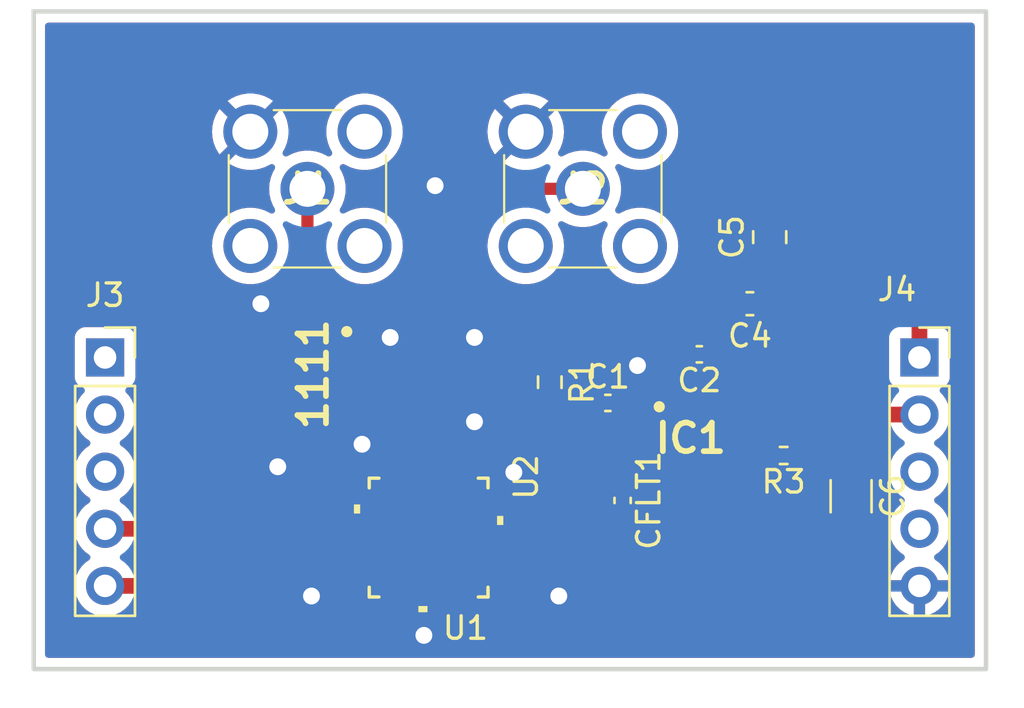
<source format=kicad_pcb>
(kicad_pcb (version 20240108) (generator "pcbnew") (generator_version "8.0")
  (layers (0 "F.Cu" signal) (31 "B.Cu" signal) (34 "B.Paste" user) (35 "F.Paste" user) (36 "B.SilkS" user "B.Silkscreen") (37 "F.SilkS" user "F.Silkscreen") (38 "B.Mask" user) (39 "F.Mask" user) (44 "Edge.Cuts" user))
  (net 0 "")
  (net 1 "/OUTB")
  (net 2 "GND")
  (net 3 "/PORT1")
  (net 4 "/RFIN")
  (net 5 "/OUTA")
  (net 6 "/SIGNAL")
  (net 7 "Net-(IC1-INHI)")
  (net 8 "Net-(IC1-INLO)")
  (net 9 "/VDD")
  (net 10 "/GP27")
  (net 11 "Net-(IC1-CLPF)")
  (net 13 "Net-(IC1-VOUT)")
  (net 14 "/SUMPORT")
  (net 20 "/PORT2")
  (footprint "attenuatori_tfa32:tfa0603" (layer "F.Cu") (at 140.9 103.2475 90)
    (property "Reference" "U2" (at 0.54 -1.85 90) (layer "F.SilkS"))
    (property "Value" "tfa32")
    (pad "1" smd roundrect (at -0.73 -0.8 90) (size 1.05 0.5) (layers "F.Cu" "F.Paste" "F.Mask") (net 20 "/PORT2"))
    (pad "2" smd roundrect (at 0.72 -0.8 90) (size 1.05 0.5) (layers "F.Cu" "F.Paste" "F.Mask") (net 6 "/SIGNAL"))
    (pad "3" smd roundrect (at 0 0 90) (size 2.5 0.5) (layers "F.Cu" "F.Paste" "F.Mask") (net 2 "GND"))
  )
  (footprint "LIB_SMA-J-P-H-ST-TH1:SMAJPHSTTH1" (layer "F.Cu") (at 141.57 89.89)
    (property "Reference" "J2" (at 0 0 0) (layer "F.SilkS") (effects (font (size 1.27 1.27) (thickness 0.254))))
    (property "Value" "Conn_Coaxial" (hide yes))
    (fp_line (start -3.5 -1.5) (end -3.5 1.5) (stroke (width 0.1)) (layer "F.SilkS"))
    (fp_line (start -1.5 -3.5) (end 1.5 -3.5) (stroke (width 0.1)) (layer "F.SilkS"))
    (fp_line (start -1.5 3.5) (end 1.5 3.5) (stroke (width 0.1)) (layer "F.SilkS"))
    (fp_line (start 3.5 -1.5) (end 3.5 1.5) (stroke (width 0.1)) (layer "F.SilkS"))
    (pad "1" thru_hole circle (at 0 0) (size 2.4 2.4) (drill 1.6) (layers "*.Cu" "*.Mask") (net 14 "/SUMPORT"))
    (pad "2" thru_hole circle (at -2.54 -2.54) (size 2.4 2.4) (drill 1.6) (layers "*.Cu" "*.Mask") (net 2 "GND"))
    (pad "3" thru_hole circle (at -2.54 2.54) (size 2.4 2.4) (drill 1.6) (layers "*.Cu" "*.Mask"))
    (pad "4" thru_hole circle (at 2.54 2.54) (size 2.4 2.4) (drill 1.6) (layers "*.Cu" "*.Mask"))
    (pad "5" thru_hole circle (at 2.54 -2.54) (size 2.4 2.4) (drill 1.6) (layers "*.Cu" "*.Mask"))
  )
  (footprint "LIB_SMA-J-P-H-ST-TH1:SMAJPHSTTH1" (layer "F.Cu") (at 129.32 89.89)
    (property "Reference" "J1" (at 0 0 0) (layer "F.SilkS") (effects (font (size 1.27 1.27) (thickness 0.254))))
    (property "Value" "Conn_Coaxial" (hide yes))
    (fp_line (start -3.5 -1.5) (end -3.5 1.5) (stroke (width 0.1)) (layer "F.SilkS"))
    (fp_line (start -1.5 -3.5) (end 1.5 -3.5) (stroke (width 0.1)) (layer "F.SilkS"))
    (fp_line (start -1.5 3.5) (end 1.5 3.5) (stroke (width 0.1)) (layer "F.SilkS"))
    (fp_line (start 3.5 -1.5) (end 3.5 1.5) (stroke (width 0.1)) (layer "F.SilkS"))
    (pad "1" thru_hole circle (at 0 0) (size 2.4 2.4) (drill 1.6) (layers "*.Cu" "*.Mask") (net 4 "/RFIN"))
    (pad "2" thru_hole circle (at -2.54 -2.54) (size 2.4 2.4) (drill 1.6) (layers "*.Cu" "*.Mask") (net 2 "GND"))
    (pad "3" thru_hole circle (at -2.54 2.54) (size 2.4 2.4) (drill 1.6) (layers "*.Cu" "*.Mask"))
    (pad "4" thru_hole circle (at 2.54 2.54) (size 2.4 2.4) (drill 1.6) (layers "*.Cu" "*.Mask"))
    (pad "5" thru_hole circle (at 2.54 -2.54) (size 2.4 2.4) (drill 1.6) (layers "*.Cu" "*.Mask"))
  )
  (footprint "Resistor_SMD:R_0603_1608Metric_Pad0.98x0.95mm_HandSolder" (layer "F.Cu") (at 140.1 98.49 -90)
    (property "Reference" "R1" (at 0 -1.43 90) (layer "F.SilkS"))
    (property "Value" "52.3")
    (fp_line (start -0.254724 0.5225) (end 0.254724 0.5225) (stroke (width 0.12)) (layer "F.SilkS"))
    (fp_line (start -0.254724 -0.5225) (end 0.254724 -0.5225) (stroke (width 0.12)) (layer "F.SilkS"))
    (pad "1" smd roundrect (at -0.9125 0 270) (size 0.975 0.95) (layers "F.Cu" "F.Paste" "F.Mask") (net 2 "GND"))
    (pad "2" smd roundrect (at 0.9125 0 270) (size 0.975 0.95) (layers "F.Cu" "F.Paste" "F.Mask") (net 6 "/SIGNAL"))
  )
  (footprint "Resistor_SMD:R_0402_1005Metric_Pad0.72x0.64mm_HandSolder" (layer "F.Cu") (at 150.5 101.75 180)
    (property "Reference" "R3" (at 0 -1.17 0) (layer "F.SilkS"))
    (property "Value" "10k")
    (fp_line (start -0.167621 0.38) (end 0.167621 0.38) (stroke (width 0.12)) (layer "F.SilkS"))
    (fp_line (start -0.167621 -0.38) (end 0.167621 -0.38) (stroke (width 0.12)) (layer "F.SilkS"))
    (pad "1" smd roundrect (at -0.5975 0 180) (size 0.715 0.64) (layers "F.Cu" "F.Paste" "F.Mask") (net 10 "/GP27"))
    (pad "2" smd roundrect (at 0.5975 0 180) (size 0.715 0.64) (layers "F.Cu" "F.Paste" "F.Mask") (net 13 "Net-(IC1-VOUT)"))
  )
  (footprint "Capacitor_SMD:C_0402_1005Metric_Pad0.74x0.62mm_HandSolder" (layer "F.Cu") (at 142.6825 99.4125)
    (property "Reference" "C1" (at 0 -1.16 0) (layer "F.SilkS"))
    (property "Value" "47n")
    (fp_line (start -0.115835 -0.36) (end 0.115835 -0.36) (stroke (width 0.12)) (layer "F.SilkS"))
    (fp_line (start -0.115835 0.36) (end 0.115835 0.36) (stroke (width 0.12)) (layer "F.SilkS"))
    (pad "1" smd roundrect (at -0.5675 0) (size 0.735 0.62) (layers "F.Cu" "F.Paste" "F.Mask") (net 6 "/SIGNAL"))
    (pad "2" smd roundrect (at 0.5675 0) (size 0.735 0.62) (layers "F.Cu" "F.Paste" "F.Mask") (net 7 "Net-(IC1-INHI)"))
  )
  (footprint "splitter:DG1677-2_MNC" (layer "F.Cu") (at 134.71 105.4 -90)
    (property "Reference" "U1" (at 4.0232 -1.6372 180) (layer "F.SilkS"))
    (property "Value" "EP2W1_")
    (fp_line (start -2.6416 2.6416) (end -2.2098 2.6416) (stroke (width 0.1524)) (layer "F.SilkS"))
    (fp_line (start 2.2098 2.6416) (end 2.6416 2.6416) (stroke (width 0.1524)) (layer "F.SilkS"))
    (fp_line (start 2.6416 2.6416) (end 2.6416 2.2098) (stroke (width 0.1524)) (layer "F.SilkS"))
    (fp_line (start -2.6416 2.2098) (end -2.6416 2.6416) (stroke (width 0.1524)) (layer "F.SilkS"))
    (fp_line (start 2.6416 -2.2098) (end 2.6416 -2.6416) (stroke (width 0.1524)) (layer "F.SilkS"))
    (fp_line (start -2.6416 -2.6416) (end -2.6416 -2.2098) (stroke (width 0.1524)) (layer "F.SilkS"))
    (fp_line (start -2.2098 -2.6416) (end -2.6416 -2.6416) (stroke (width 0.1524)) (layer "F.SilkS"))
    (fp_line (start 2.6416 -2.6416) (end 2.2098 -2.6416) (stroke (width 0.1524)) (layer "F.SilkS"))
    (fp_poly (pts (xy -1.4605 3.0559) (xy -1.4605 3.3099) (xy -1.0795 3.3099) (xy -1.0795 3.0559)) (stroke (width 0.0254)) (fill solid) (layer "F.SilkS"))
    (fp_poly (pts (xy 3.3099 0.0635) (xy 3.3099 0.4445) (xy 3.0559 0.4445) (xy 3.0559 0.0635)) (stroke (width 0.0254)) (fill solid) (layer "F.SilkS"))
    (fp_poly (pts (xy -0.9525 -3.0559) (xy -0.9525 -3.3099) (xy -0.5715 -3.3099) (xy -0.5715 -3.0559)) (stroke (width 0.0254)) (fill solid) (layer "F.SilkS"))
    (pad "1" smd rect (at -2.4487 -1.778 180) (size 0.1786 0.7064) (layers "F.Cu" "F.Paste" "F.Mask") (net 2 "GND"))
    (pad "2" smd rect (at -2.4487 -1.27 180) (size 0.1786 0.7064) (layers "F.Cu" "F.Paste" "F.Mask") (net 2 "GND"))
    (pad "3" smd rect (at -2.4487 -0.762 180) (size 0.1786 0.7064) (layers "F.Cu" "F.Paste" "F.Mask") (net 2 "GND"))
    (pad "4" smd rect (at -2.4487 -0.254 180) (size 0.1786 0.7064) (layers "F.Cu" "F.Paste" "F.Mask") (net 14 "/SUMPORT"))
    (pad "5" smd rect (at -2.4487 0.254 180) (size 0.1786 0.7064) (layers "F.Cu" "F.Paste" "F.Mask") (net 2 "GND"))
    (pad "6" smd rect (at -2.4487 0.762 180) (size 0.1786 0.7064) (layers "F.Cu" "F.Paste" "F.Mask") (net 2 "GND"))
    (pad "7" smd rect (at -2.4487 1.27 180) (size 0.1786 0.7064) (layers "F.Cu" "F.Paste" "F.Mask") (net 2 "GND"))
    (pad "8" smd rect (at -2.4487 1.778 180) (size 0.1786 0.7064) (layers "F.Cu" "F.Paste" "F.Mask") (net 2 "GND"))
    (pad "9" smd rect (at -1.778 2.4487 90) (size 0.1786 0.7064) (layers "F.Cu" "F.Paste" "F.Mask") (net 2 "GND"))
    (pad "10" smd rect (at -1.27 2.4487 90) (size 0.1786 0.7064) (layers "F.Cu" "F.Paste" "F.Mask") (net 2 "GND"))
    (pad "11" smd rect (at -0.762 2.4487 90) (size 0.1786 0.7064) (layers "F.Cu" "F.Paste" "F.Mask") (net 2 "GND"))
    (pad "12" smd rect (at -0.254 2.4487 90) (size 0.1786 0.7064) (layers "F.Cu" "F.Paste" "F.Mask") (net 2 "GND"))
    (pad "13" smd rect (at 0.254 2.4487 90) (size 0.1786 0.7064) (layers "F.Cu" "F.Paste" "F.Mask") (net 2 "GND"))
    (pad "14" smd rect (at 0.762 2.4487 90) (size 0.1786 0.7064) (layers "F.Cu" "F.Paste" "F.Mask") (net 2 "GND"))
    (pad "15" smd rect (at 1.27 2.4487 90) (size 0.1786 0.7064) (layers "F.Cu" "F.Paste" "F.Mask") (net 3 "/PORT1"))
    (pad "16" smd rect (at 1.778 2.4487 90) (size 0.1786 0.7064) (layers "F.Cu" "F.Paste" "F.Mask") (net 2 "GND"))
    (pad "17" smd rect (at 2.4487 1.778 180) (size 0.1786 0.7064) (layers "F.Cu" "F.Paste" "F.Mask") (net 2 "GND"))
    (pad "18" smd rect (at 2.4487 1.27 180) (size 0.1786 0.7064) (layers "F.Cu" "F.Paste" "F.Mask") (net 2 "GND"))
    (pad "19" smd rect (at 2.4487 0.762 180) (size 0.1786 0.7064) (layers "F.Cu" "F.Paste" "F.Mask") (net 2 "GND"))
    (pad "20" smd rect (at 2.4487 0.254 180) (size 0.1786 0.7064) (layers "F.Cu" "F.Paste" "F.Mask") (net 2 "GND"))
    (pad "21" smd rect (at 2.4487 -0.254 180) (size 0.1786 0.7064) (layers "F.Cu" "F.Paste" "F.Mask") (net 2 "GND"))
    (pad "22" smd rect (at 2.4487 -0.762 180) (size 0.1786 0.7064) (layers "F.Cu" "F.Paste" "F.Mask") (net 2 "GND"))
    (pad "23" smd rect (at 2.4487 -1.27 180) (size 0.1786 0.7064) (layers "F.Cu" "F.Paste" "F.Mask") (net 2 "GND"))
    (pad "24" smd rect (at 2.4487 -1.778 180) (size 0.1786 0.7064) (layers "F.Cu" "F.Paste" "F.Mask") (net 2 "GND"))
    (pad "25" smd rect (at 1.778 -2.4487 90) (size 0.1786 0.7064) (layers "F.Cu" "F.Paste" "F.Mask") (net 2 "GND"))
    (pad "26" smd rect (at 1.27 -2.4487 90) (size 0.1786 0.7064) (layers "F.Cu" "F.Paste" "F.Mask") (net 20 "/PORT2"))
    (pad "27" smd rect (at 0.762 -2.4487 90) (size 0.1786 0.7064) (layers "F.Cu" "F.Paste" "F.Mask") (net 2 "GND"))
    (pad "28" smd rect (at 0.254 -2.4487 90) (size 0.1786 0.7064) (layers "F.Cu" "F.Paste" "F.Mask") (net 2 "GND"))
    (pad "29" smd rect (at -0.254 -2.4487 90) (size 0.1786 0.7064) (layers "F.Cu" "F.Paste" "F.Mask") (net 2 "GND"))
    (pad "30" smd rect (at -0.762 -2.4487 90) (size 0.1786 0.7064) (layers "F.Cu" "F.Paste" "F.Mask") (net 2 "GND"))
    (pad "31" smd rect (at -1.27 -2.4487 90) (size 0.1786 0.7064) (layers "F.Cu" "F.Paste" "F.Mask") (net 2 "GND"))
    (pad "32" smd rect (at -1.778 -2.4487 90) (size 0.1786 0.7064) (layers "F.Cu" "F.Paste" "F.Mask") (net 2 "GND"))
    (pad "33" smd rect (at 0 0 270) (size 3.6068 3.6068) (layers "F.Cu" "F.Mask") (net 2 "GND"))
  )
  (footprint "Capacitor_SMD:C_0402_1005Metric_Pad0.74x0.62mm_HandSolder" (layer "F.Cu") (at 146.75 97.25 180)
    (property "Reference" "C2" (at 0 -1.16 0) (layer "F.SilkS"))
    (property "Value" "47n")
    (fp_line (start -0.115835 0.36) (end 0.115835 0.36) (stroke (width 0.12)) (layer "F.SilkS"))
    (fp_line (start -0.115835 -0.36) (end 0.115835 -0.36) (stroke (width 0.12)) (layer "F.SilkS"))
    (pad "1" smd roundrect (at -0.5675 0 180) (size 0.735 0.62) (layers "F.Cu" "F.Paste" "F.Mask") (net 8 "Net-(IC1-INLO)"))
    (pad "2" smd roundrect (at 0.5675 0 180) (size 0.735 0.62) (layers "F.Cu" "F.Paste" "F.Mask") (net 2 "GND"))
  )
  (footprint "Capacitor_SMD:C_0805_2012Metric_Pad1.18x1.45mm_HandSolder" (layer "F.Cu") (at 149.88 92.04 90)
    (property "Reference" "C5" (at 0 -1.68 90) (layer "F.SilkS"))
    (property "Value" "0.1u")
    (fp_line (start -0.261252 -0.735) (end 0.261252 -0.735) (stroke (width 0.12)) (layer "F.SilkS"))
    (fp_line (start -0.261252 0.735) (end 0.261252 0.735) (stroke (width 0.12)) (layer "F.SilkS"))
    (pad "1" smd roundrect (at -1.0375 0 90) (size 1.175 1.45) (layers "F.Cu" "F.Paste" "F.Mask") (roundrect_rratio 0.212766) (net 9 "/VDD"))
    (pad "2" smd roundrect (at 1.0375 0 90) (size 1.175 1.45) (layers "F.Cu" "F.Paste" "F.Mask") (roundrect_rratio 0.212766) (net 2 "GND"))
  )
  (footprint "atten:QFN50P300X300X100-17N-D" (layer "F.Cu") (at 129.57 98.14 -90)
    (property "Reference" "1111" (at 0 0 90) (layer "F.SilkS") (effects (font (size 1.27 1.27) (thickness 0.254))))
    (property "Value" "MAAT-010521-L1TR05" (hide yes))
    (fp_circle (center -1.9 -1.5) (end -1.9 -1.375) (stroke (width 0.25)) (fill none) (layer "F.SilkS"))
    (pad "1" smd rect (at -1.5 -0.75) (size 0.3 0.8) (layers "F.Cu" "F.Paste" "F.Mask") (net 2 "GND"))
    (pad "2" smd rect (at -1.5 -0.25) (size 0.3 0.8) (layers "F.Cu" "F.Paste" "F.Mask") (net 2 "GND"))
    (pad "3" smd rect (at -1.5 0.25) (size 0.3 0.8) (layers "F.Cu" "F.Paste" "F.Mask") (net 4 "/RFIN"))
    (pad "4" smd rect (at -1.5 0.75) (size 0.3 0.8) (layers "F.Cu" "F.Paste" "F.Mask") (net 2 "GND"))
    (pad "5" smd rect (at -0.75 1.5 270) (size 0.3 0.8) (layers "F.Cu" "F.Paste" "F.Mask") (net 2 "GND"))
    (pad "6" smd rect (at -0.25 1.5 270) (size 0.3 0.8) (layers "F.Cu" "F.Paste" "F.Mask") (net 5 "/OUTA"))
    (pad "7" smd rect (at 0.25 1.5 270) (size 0.3 0.8) (layers "F.Cu" "F.Paste" "F.Mask") (net 1 "/OUTB"))
    (pad "8" smd rect (at 0.75 1.5 270) (size 0.3 0.8) (layers "F.Cu" "F.Paste" "F.Mask") (net 2 "GND"))
    (pad "9" smd rect (at 1.5 0.75) (size 0.3 0.8) (layers "F.Cu" "F.Paste" "F.Mask") (net 2 "GND"))
    (pad "10" smd rect (at 1.5 0.25) (size 0.3 0.8) (layers "F.Cu" "F.Paste" "F.Mask") (net 3 "/PORT1"))
    (pad "11" smd rect (at 1.5 -0.25) (size 0.3 0.8) (layers "F.Cu" "F.Paste" "F.Mask") (net 2 "GND"))
    (pad "12" smd rect (at 1.5 -0.75) (size 0.3 0.8) (layers "F.Cu" "F.Paste" "F.Mask") (net 2 "GND"))
    (pad "13" smd rect (at 0.75 -1.5 270) (size 0.3 0.8) (layers "F.Cu" "F.Paste" "F.Mask") (net 2 "GND"))
    (pad "14" smd rect (at 0.25 -1.5 270) (size 0.3 0.8) (layers "F.Cu" "F.Paste" "F.Mask") (net 2 "GND"))
    (pad "15" smd rect (at -0.25 -1.5 270) (size 0.3 0.8) (layers "F.Cu" "F.Paste" "F.Mask") (net 2 "GND"))
    (pad "16" smd rect (at -0.75 -1.5 270) (size 0.3 0.8) (layers "F.Cu" "F.Paste" "F.Mask") (net 2 "GND"))
    (pad "17" smd rect (at 0 0 270) (size 1.8 1.8) (layers "F.Cu" "F.Paste" "F.Mask") (net 2 "GND"))
  )
  (footprint "Capacitor_SMD:C_0603_1608Metric_Pad1.08x0.95mm_HandSolder" (layer "F.Cu") (at 149 95 180)
    (property "Reference" "C4" (at 0 -1.43 180) (layer "F.SilkS"))
    (property "Value" "100p")
    (fp_line (start -0.146267 0.51) (end 0.146267 0.51) (stroke (width 0.12)) (layer "F.SilkS"))
    (fp_line (start -0.146267 -0.51) (end 0.146267 -0.51) (stroke (width 0.12)) (layer "F.SilkS"))
    (pad "1" smd roundrect (at -0.8625 0 180) (size 1.075 0.95) (layers "F.Cu" "F.Paste" "F.Mask") (net 9 "/VDD"))
    (pad "2" smd roundrect (at 0.8625 0 180) (size 1.075 0.95) (layers "F.Cu" "F.Paste" "F.Mask") (net 2 "GND"))
  )
  (footprint "Capacitor_SMD:C_1206_3216Metric_Pad1.33x1.80mm_HandSolder" (layer "F.Cu") (at 153.5 103.5625 -90)
    (property "Reference" "C6" (at 0 -1.85 90) (layer "F.SilkS"))
    (property "Value" "1u")
    (fp_line (start -0.711252 0.91) (end 0.711252 0.91) (stroke (width 0.12)) (layer "F.SilkS"))
    (fp_line (start -0.711252 -0.91) (end 0.711252 -0.91) (stroke (width 0.12)) (layer "F.SilkS"))
    (pad "1" smd roundrect (at -1.5625 0 270) (size 1.325 1.8) (layers "F.Cu" "F.Paste" "F.Mask") (roundrect_rratio 0.188679) (net 10 "/GP27"))
    (pad "2" smd roundrect (at 1.5625 0 270) (size 1.325 1.8) (layers "F.Cu" "F.Paste" "F.Mask") (roundrect_rratio 0.188679) (net 2 "GND"))
  )
  (footprint "Capacitor_SMD:C_0402_1005Metric_Pad0.74x0.62mm_HandSolder" (layer "F.Cu") (at 143.3375 103.75 -90)
    (property "Reference" "CFLT1" (at 0 -1.16 -90) (layer "F.SilkS"))
    (property "Value" "1n")
    (fp_line (start -0.115835 0.36) (end 0.115835 0.36) (stroke (width 0.12)) (layer "F.SilkS"))
    (fp_line (start -0.115835 -0.36) (end 0.115835 -0.36) (stroke (width 0.12)) (layer "F.SilkS"))
    (pad "1" smd roundrect (at -0.5675 0 270) (size 0.735 0.62) (layers "F.Cu" "F.Paste" "F.Mask") (net 11 "Net-(IC1-CLPF)"))
    (pad "2" smd roundrect (at 0.5675 0 270) (size 0.735 0.62) (layers "F.Cu" "F.Paste" "F.Mask") (net 2 "GND"))
  )
  (footprint "Connector_PinSocket_2.54mm:PinSocket_1x05_P2.54mm_Vertical" (layer "F.Cu") (at 120.32 97.39)
    (property "Reference" "J3" (at 0 -2.77 0) (layer "F.SilkS"))
    (property "Value" "Conn_01x05")
    (fp_line (start -1.33 1.27) (end -1.33 11.49) (stroke (width 0.12)) (layer "F.SilkS"))
    (fp_line (start -1.33 1.27) (end 1.33 1.27) (stroke (width 0.12)) (layer "F.SilkS"))
    (fp_line (start -1.33 11.49) (end 1.33 11.49) (stroke (width 0.12)) (layer "F.SilkS"))
    (fp_line (start 0 -1.33) (end 1.33 -1.33) (stroke (width 0.12)) (layer "F.SilkS"))
    (fp_line (start 1.33 -1.33) (end 1.33 0) (stroke (width 0.12)) (layer "F.SilkS"))
    (fp_line (start 1.33 1.27) (end 1.33 11.49) (stroke (width 0.12)) (layer "F.SilkS"))
    (pad "1" thru_hole rect (at 0 0) (size 1.7 1.7) (drill 1) (layers "*.Cu" "*.Mask"))
    (pad "2" thru_hole oval (at 0 2.54) (size 1.7 1.7) (drill 1) (layers "*.Cu" "*.Mask"))
    (pad "3" thru_hole oval (at 0 5.08) (size 1.7 1.7) (drill 1) (layers "*.Cu" "*.Mask"))
    (pad "4" thru_hole oval (at 0 7.62) (size 1.7 1.7) (drill 1) (layers "*.Cu" "*.Mask") (net 5 "/OUTA"))
    (pad "5" thru_hole oval (at 0 10.16) (size 1.7 1.7) (drill 1) (layers "*.Cu" "*.Mask") (net 1 "/OUTB"))
  )
  (footprint "LIB_AD8319ACPZ-R7:SON50P200X300X80-9N-D" (layer "F.Cu") (at 146.3675 100.9825)
    (property "Reference" "IC1" (at 0 0 0) (layer "F.SilkS") (effects (font (size 1.27 1.27) (thickness 0.254))))
    (property "Value" "AD8319ACPZ-R7" (hide yes))
    (fp_circle (center -1.4 -1.4) (end -1.4 -1.275) (stroke (width 0.25)) (fill none) (layer "F.SilkS"))
    (pad "1" smd rect (at -0.95 -0.75 90) (size 0.3 0.9) (layers "F.Cu" "F.Paste" "F.Mask") (net 7 "Net-(IC1-INHI)"))
    (pad "2" smd rect (at -0.95 -0.25 90) (size 0.3 0.9) (layers "F.Cu" "F.Paste" "F.Mask") (net 2 "GND"))
    (pad "3" smd rect (at -0.95 0.25 90) (size 0.3 0.9) (layers "F.Cu" "F.Paste" "F.Mask") (net 11 "Net-(IC1-CLPF)"))
    (pad "4" smd rect (at -0.95 0.75 90) (size 0.3 0.9) (layers "F.Cu" "F.Paste" "F.Mask") (net 13 "Net-(IC1-VOUT)"))
    (pad "5" smd rect (at 0.95 0.75 90) (size 0.3 0.9) (layers "F.Cu" "F.Paste" "F.Mask") (net 13 "Net-(IC1-VOUT)"))
    (pad "6" smd rect (at 0.95 0.25 90) (size 0.3 0.9) (layers "F.Cu" "F.Paste" "F.Mask"))
    (pad "7" smd rect (at 0.95 -0.25 90) (size 0.3 0.9) (layers "F.Cu" "F.Paste" "F.Mask") (net 9 "/VDD"))
    (pad "8" smd rect (at 0.95 -0.75 90) (size 0.3 0.9) (layers "F.Cu" "F.Paste" "F.Mask") (net 8 "Net-(IC1-INLO)"))
    (pad "9" smd rect (at 0 0) (size 0.6 1.89) (layers "F.Cu" "F.Paste" "F.Mask") (net 2 "GND"))
  )
  (footprint "Connector_PinSocket_2.54mm:PinSocket_1x05_P2.54mm_Vertical" (layer "F.Cu") (at 156.54 97.39)
    (property "Reference" "J4" (at -1 -3.02 0) (layer "F.SilkS"))
    (property "Value" "Conn_01x05")
    (fp_line (start -1.33 1.27) (end -1.33 11.49) (stroke (width 0.12)) (layer "F.SilkS"))
    (fp_line (start -1.33 1.27) (end 1.33 1.27) (stroke (width 0.12)) (layer "F.SilkS"))
    (fp_line (start -1.33 11.49) (end 1.33 11.49) (stroke (width 0.12)) (layer "F.SilkS"))
    (fp_line (start 0 -1.33) (end 1.33 -1.33) (stroke (width 0.12)) (layer "F.SilkS"))
    (fp_line (start 1.33 -1.33) (end 1.33 0) (stroke (width 0.12)) (layer "F.SilkS"))
    (fp_line (start 1.33 1.27) (end 1.33 11.49) (stroke (width 0.12)) (layer "F.SilkS"))
    (pad "1" thru_hole rect (at 0 0) (size 1.7 1.7) (drill 1) (layers "*.Cu" "*.Mask") (net 9 "/VDD"))
    (pad "2" thru_hole oval (at 0 2.54) (size 1.7 1.7) (drill 1) (layers "*.Cu" "*.Mask") (net 10 "/GP27"))
    (pad "3" thru_hole oval (at 0 5.08) (size 1.7 1.7) (drill 1) (layers "*.Cu" "*.Mask"))
    (pad "4" thru_hole oval (at 0 7.62) (size 1.7 1.7) (drill 1) (layers "*.Cu" "*.Mask"))
    (pad "5" thru_hole oval (at 0 10.16) (size 1.7 1.7) (drill 1) (layers "*.Cu" "*.Mask") (net 2 "GND"))
  )
  (gr_poly (pts (xy 132.28 106.67) (xy 131.53 106.82) (xy 131.53 106.52)) (stroke (width 0.2)) (fill solid) (layer "F.Cu") (net 3))
  (gr_poly (pts (xy 129.318035 96.639114) (xy 129.248035 95.889114) (xy 129.408035 95.889114)) (stroke (width 0.2)) (fill solid) (layer "F.Cu") (net 4))
  (gr_poly (pts (xy 145.093904 101.242912) (xy 144.343904 101.312912) (xy 144.343904 101.152912)) (stroke (width 0.2)) (fill solid) (layer "F.Cu") (net 11))
  (gr_poly (pts (xy 134.963679 102.951778) (xy 134.893679 102.201778) (xy 135.053679 102.201778)) (stroke (width 0.2)) (fill solid) (layer "F.Cu") (net 14))
  (gr_poly (pts (xy 137.159057 106.668876) (xy 137.909057 106.598876) (xy 137.909057 106.758876)) (stroke (width 0.2)) (fill solid) (layer "F.Cu") (net 20))
  (gr_poly (pts (xy 129.321244 99.597171) (xy 129.391244 100.347171) (xy 129.241244 100.347171)) (stroke (width 0.2)) (fill solid) (layer "F.Cu") (net 3))
  (gr_rect (start 117.1496 82) (end 159.5 111.25) (stroke (width 0.2)) (fill none) (layer "Edge.Cuts"))
  (gr_text "RF IN" (at 118.78 85 0) (layer "F.Cu") (effects (font (size 1 1) (thickness 0.25) (bold yes)) (justify left bottom)))
  (gr_text "RF OUT\n" (at 148.07 85 0) (layer "F.Cu") (effects (font (size 1 1) (thickness 0.25) (bold yes)) (justify left bottom)))
  (gr_text "TOP" (at 145.5 109.5 0) (layer "F.Cu") (effects (font (size 1.5 1.5) (thickness 0.3) (bold yes)) (justify left bottom)))
  (segment (start 126.82 98.89) (end 127.32 98.39) (width 0.2) (layer "F.Cu") (net 1))
  (segment (start 122.16 107.55) (end 126.07 103.64) (width 0.7) (layer "F.Cu") (net 1))
  (segment (start 126.07 103.64) (end 126.07 99.64) (width 0.7) (layer "F.Cu") (net 1))
  (segment (start 126.07 99.64) (end 126.82 98.89) (width 0.7) (layer "F.Cu") (net 1))
  (segment (start 127.32 98.39) (end 128.07 98.39) (width 0.2) (layer "F.Cu") (net 1))
  (segment (start 120.32 107.55) (end 122.16 107.55) (width 0.7) (layer "F.Cu") (net 1))
  (segment (start 132.932 107.8487) (end 132.2613 107.8487) (width 0.2) (layer "F.Cu") (net 2))
  (segment (start 135.98 102.9513) (end 136.488 102.9513) (width 0.2) (layer "F.Cu") (net 2))
  (segment (start 134.456 107.8487) (end 133.948 107.8487) (width 0.2) (layer "F.Cu") (net 2))
  (segment (start 137.1587 104.13) (end 137.1587 104.638) (width 0.2) (layer "F.Cu") (net 2))
  (segment (start 133.44 102.9513) (end 133.948 102.9513) (width 0.2) (layer "F.Cu") (net 2))
  (segment (start 137.1587 105.654) (end 137.1587 106.162) (width 0.2) (layer "F.Cu") (net 2))
  (segment (start 134.71 105.4) (end 135.21 105.4) (width 0.2) (layer "F.Cu") (net 2))
  (segment (start 132.2613 104.13) (end 132.2613 103.622) (width 0.2) (layer "F.Cu") (net 2))
  (segment (start 137.1587 104.638) (end 137.1587 105.146) (width 0.2) (layer "F.Cu") (net 2))
  (segment (start 146.3675 99.3675) (end 145.75 98.75) (width 0.2) (layer "F.Cu") (net 2))
  (segment (start 135.98 107.8487) (end 135.472 107.8487) (width 0.2) (layer "F.Cu") (net 2))
  (segment (start 133.44 107.8487) (end 132.932 107.8487) (width 0.2) (layer "F.Cu") (net 2))
  (segment (start 137.1587 107.8487) (end 136.488 107.8487) (width 0.2) (layer "F.Cu") (net 2))
  (segment (start 132.2613 107.8487) (end 132.21 107.9) (width 0.2) (layer "F.Cu") (net 2))
  (segment (start 137.1587 103.622) (end 137.1587 104.13) (width 0.2) (layer "F.Cu") (net 2))
  (segment (start 132.2613 106.162) (end 132.2613 105.654) (width 0.2) (layer "F.Cu") (net 2))
  (segment (start 128.82 96.64) (end 128.07 96.64) (width 0.2) (layer "F.Cu") (net 2))
  (segment (start 129.82 96.64) (end 130.32 96.64) (width 0.2) (layer "F.Cu") (net 2))
  (segment (start 132.2613 102.9513) (end 132.21 102.9) (width 0.2) (layer "F.Cu") (net 2))
  (segment (start 128.07 97.39) (end 128.07 96.64) (width 0.2) (layer "F.Cu") (net 2))
  (segment (start 132.2613 102.9513) (end 132.932 102.9513) (width 0.2) (layer "F.Cu") (net 2))
  (segment (start 133.948 107.8487) (end 133.44 107.8487) (width 0.2) (layer "F.Cu") (net 2))
  (segment (start 135.472 107.8487) (end 134.964 107.8487) (width 0.2) (layer "F.Cu") (net 2))
  (segment (start 129.82 99.64) (end 130.32 99.64) (width 0.2) (layer "F.Cu") (net 2))
  (segment (start 132.2613 105.146) (end 132.2613 104.638) (width 0.2) (layer "F.Cu") (net 2))
  (segment (start 135.472 102.9513) (end 135.98 102.9513) (width 0.2) (layer "F.Cu") (net 2))
  (segment (start 137.1587 107.8487) (end 137.21 107.9) (width 0.2) (layer "F.Cu") (net 2))
  (segment (start 132.2613 103.622) (end 132.2613 102.9513) (width 0.2) (layer "F.Cu") (net 2))
  (segment (start 137.1587 105.146) (end 137.1587 105.654) (width 0.2) (layer "F.Cu") (net 2))
  (segment (start 137.1587 102.9513) (end 137.21 102.9) (width 0.2) (layer "F.Cu") (net 2))
  (segment (start 132.2613 104.638) (end 132.2613 104.13) (width 0.2) (layer "F.Cu") (net 2))
  (segment (start 146.3675 100.9825) (end 146.3675 99.3675) (width 0.2) (layer "F.Cu") (net 2))
  (segment (start 131.07 97.89) (end 129.82 97.89) (width 0.2) (layer "F.Cu") (net 2))
  (segment (start 128.82 99.64) (end 128.07 99.64) (width 0.2) (layer "F.Cu") (net 2))
  (segment (start 136.488 102.9513) (end 137.1587 102.9513) (width 0.2) (layer "F.Cu") (net 2))
  (segment (start 132.2613 105.654) (end 132.2613 105.146) (width 0.2) (layer "F.Cu") (net 2))
  (segment (start 134.964 107.8487) (end 134.456 107.8487) (width 0.2) (layer "F.Cu") (net 2))
  (segment (start 145.4175 100.7325) (end 146.1175 100.7325) (width 0.2) (layer "F.Cu") (net 2))
  (segment (start 134.456 102.9513) (end 133.948 102.9513) (width 0.2) (layer "F.Cu") (net 2))
  (segment (start 128.07 99.64) (end 128.07 98.89) (width 0.2) (layer "F.Cu") (net 2))
  (segment (start 136.488 107.8487) (end 135.98 107.8487) (width 0.2) (layer "F.Cu") (net 2))
  (segment (start 135.464 105.654) (end 137.1587 105.654) (width 0.2) (layer "F.Cu") (net 2))
  (segment (start 137.1587 102.9513) (end 137.1587 103.622) (width 0.2) (layer "F.Cu") (net 2))
  (segment (start 132.2613 107.8487) (end 132.2613 107.178) (width 0.2) (layer "F.Cu") (net 2))
  (segment (start 137.1587 107.178) (end 137.1587 107.8487) (width 0.2) (layer "F.Cu") (net 2))
  (segment (start 132.932 102.9513) (end 133.44 102.9513) (width 0.2) (layer "F.Cu") (net 2))
  (via (at 129.5 108) (size 0.8) (drill 0.75) (layers "F.Cu" "B.Cu") (net 2))
  (via (at 135 89.75) (size 0.8) (drill 0.75) (layers "F.Cu" "B.Cu") (net 2))
  (via (at 134.5 109.75) (size 0.8) (drill 0.75) (layers "F.Cu" "B.Cu") (net 2))
  (via (at 127.25 95) (size 0.8) (drill 0.75) (layers "F.Cu" "B.Cu") (net 2))
  (via (at 140.5 108) (size 0.8) (drill 0.75) (layers "F.Cu" "B.Cu") (net 2))
  (via (at 131.75 101.25) (size 0.8) (drill 0.75) (layers "F.Cu" "B.Cu") (net 2))
  (via (at 128 102.25) (size 0.8) (drill 0.75) (layers "F.Cu" "B.Cu") (net 2))
  (via (at 133 96.5) (size 0.8) (drill 0.75) (layers "F.Cu" "B.Cu") (net 2))
  (via (at 144 97.75) (size 0.8) (drill 0.75) (layers "F.Cu" "B.Cu") (net 2))
  (via (at 136.75 100.25) (size 0.8) (drill 0.75) (layers "F.Cu" "B.Cu") (net 2))
  (via (at 136.75 96.5) (size 0.8) (drill 0.75) (layers "F.Cu" "B.Cu") (net 2))
  (via (at 138.5 102.5) (size 0.8) (drill 0.75) (layers "F.Cu" "B.Cu") (net 2))
  (segment (start 131.39 106.64) (end 130.39 106.64) (width 0.542) (layer "F.Cu") (net 3))
  (segment (start 129.322 105.572) (end 129.322 100.392) (width 0.542) (layer "F.Cu") (net 3))
  (segment (start 130.39 106.64) (end 129.322 105.572) (width 0.542) (layer "F.Cu") (net 3))
  (segment (start 129.32 99.64) (end 129.322 99.642) (width 0.2) (layer "F.Cu") (net 3))
  (segment (start 129.32 89.89) (end 129.32 95.89) (width 0.542) (layer "F.Cu") (net 4))
  (segment (start 125.82 97.89) (end 126.82 97.89) (width 0.2) (layer "F.Cu") (net 5))
  (segment (start 126.82 97.89) (end 125.07 97.89) (width 0.7) (layer "F.Cu") (net 5))
  (segment (start 121.95 105.01) (end 120.32 105.01) (width 0.7) (layer "F.Cu") (net 5))
  (segment (start 124.32 102.64) (end 121.95 105.01) (width 0.7) (layer "F.Cu") (net 5))
  (segment (start 126.82 97.89) (end 128.07 97.89) (width 0.2) (layer "F.Cu") (net 5))
  (segment (start 124.32 98.64) (end 124.32 102.64) (width 0.7) (layer "F.Cu") (net 5))
  (segment (start 125.07 97.89) (end 124.32 98.64) (width 0.7) (layer "F.Cu") (net 5))
  (segment (start 140.1 102.5275) (end 140.1 99.4025) (width 0.542) (layer "F.Cu") (net 6))
  (segment (start 140.1 99.4025) (end 142.105 99.4025) (width 0.542) (layer "F.Cu") (net 6))
  (segment (start 143.25 99.4125) (end 144.7975 99.4125) (width 0.7) (layer "F.Cu") (net 7))
  (segment (start 144.7975 99.4125) (end 145.4175 100.0325) (width 0.7) (layer "F.Cu") (net 7))
  (segment (start 147.3175 97.25) (end 147.3175 99.3675) (width 0.7) (layer "F.Cu") (net 8))
  (segment (start 147.35 99.6325) (end 147.35 100.1675) (width 0.2) (layer "F.Cu") (net 8))
  (segment (start 148.832476 100.6625) (end 148.3175 100.6625) (width 0.7) (layer "F.Cu") (net 9))
  (segment (start 149.8625 95) (end 149.8625 93.095) (width 0.7) (layer "F.Cu") (net 9))
  (segment (start 156.54 94.79) (end 156.54 97.39) (width 0.7) (layer "F.Cu") (net 9))
  (segment (start 154.7875 93.0375) (end 156.54 94.79) (width 0.7) (layer "F.Cu") (net 9))
  (segment (start 149.8625 99.632476) (end 148.832476 100.6625) (width 0.7) (layer "F.Cu") (net 9))
  (segment (start 147.3175 100.7325) (end 148.2475 100.7325) (width 0.2) (layer "F.Cu") (net 9))
  (segment (start 149.8625 95) (end 149.8625 99.632476) (width 0.7) (layer "F.Cu") (net 9))
  (segment (start 150 93.0375) (end 154.7875 93.0375) (width 0.7) (layer "F.Cu") (net 9))
  (segment (start 153.5 100.5) (end 153.5 102) (width 0.7) (layer "F.Cu") (net 10))
  (segment (start 151.0975 101.75) (end 153.25 101.75) (width 0.7) (layer "F.Cu") (net 10))
  (segment (start 154.07 99.93) (end 153.5 100.5) (width 0.7) (layer "F.Cu") (net 10))
  (segment (start 156.54 99.93) (end 154.07 99.93) (width 0.7) (layer "F.Cu") (net 10))
  (segment (start 143.917088 101.232912) (end 144.2175 101.232912) (width 0.542) (layer "F.Cu") (net 11))
  (segment (start 143.3375 103) (end 143.3375 101.8125) (width 0.542) (layer "F.Cu") (net 11))
  (segment (start 143.3375 101.8125) (end 143.917088 101.232912) (width 0.542) (layer "F.Cu") (net 11))
  (segment (start 147.3175 102.0825) (end 147.3175 101.7325) (width 0.2) (layer "F.Cu") (net 13))
  (segment (start 147.3175 101.7325) (end 148.2325 101.7325) (width 0.2) (layer "F.Cu") (net 13))
  (segment (start 146.9 102.5) (end 147.3175 102.0825) (width 0.2) (layer "F.Cu") (net 13))
  (segment (start 149.9025 101.75) (end 148.5 101.75) (width 0.7) (layer "F.Cu") (net 13))
  (segment (start 145.75 102.5) (end 146.9 102.5) (width 0.2) (layer "F.Cu") (net 13))
  (segment (start 145.4175 102.1675) (end 145.75 102.5) (width 0.2) (layer "F.Cu") (net 13))
  (segment (start 145.4175 101.7325) (end 145.4175 102.1675) (width 0.2) (layer "F.Cu") (net 13))
  (segment (start 137.82 89.89) (end 141.57 89.89) (width 0.542) (layer "F.Cu") (net 14))
  (segment (start 134.98 102.08) (end 134.98 92.73) (width 0.542) (layer "F.Cu") (net 14))
  (segment (start 134.98 92.73) (end 137.82 89.89) (width 0.542) (layer "F.Cu") (net 14))
  (segment (start 138.87 106.63) (end 138.05 106.63) (width 0.542) (layer "F.Cu") (net 20))
  (segment (start 140.1 105.4) (end 138.87 106.63) (width 0.542) (layer "F.Cu") (net 20))
  (segment (start 140.1 103.9775) (end 140.1 105.4) (width 0.542) (layer "F.Cu") (net 20))
  (zone (net 0) (net_name "") (layer "F.Cu") (connect_pads (clearance 0)) (min_thickness 0.3)
    (keepout (tracks not_allowed) (vias not_allowed) (pads not_allowed) (copperpour not_allowed) (footprints allowed))
    (fill (thermal_gap 0.5) (thermal_bridge_width 0.5))
    (polygon (pts (xy 152.25 102.75) (xy 155.25 102.75) (xy 155.25 104.25) (xy 152.25 104.25)))
  )
  (zone (net 0) (net_name "") (layer "F.Cu") (connect_pads (clearance 0)) (min_thickness 0.3)
    (keepout (tracks not_allowed) (vias not_allowed) (pads not_allowed) (copperpour not_allowed) (footprints allowed))
    (fill (thermal_gap 0.5) (thermal_bridge_width 0.5))
    (polygon (pts (xy 147 96.5) (xy 147 96) (xy 148 96) (xy 148 96.5)))
  )
  (zone (net 0) (net_name "") (layer "F.Cu") (connect_pads (clearance 0)) (min_thickness 0.3)
    (keepout (tracks not_allowed) (vias not_allowed) (pads not_allowed) (copperpour not_allowed) (footprints allowed))
    (fill (thermal_gap 0.5) (thermal_bridge_width 0.5))
    (polygon (pts (xy 147.75 96) (xy 149.5 96) (xy 149.5 99.5) (xy 147.75 99.5)))
  )
  (zone (net 2) (net_name "GND") (layers "F&B.Cu") (connect_pads (clearance 0.5)) (min_thickness 0.3) (fill yes (thermal_gap 0.5) (thermal_bridge_width 0.5))
    (polygon (pts (xy 115.9812 81.492) (xy 160.2112 81.492) (xy 160.2112 111.885) (xy 115.9812 111.885)))
  )
)
</source>
